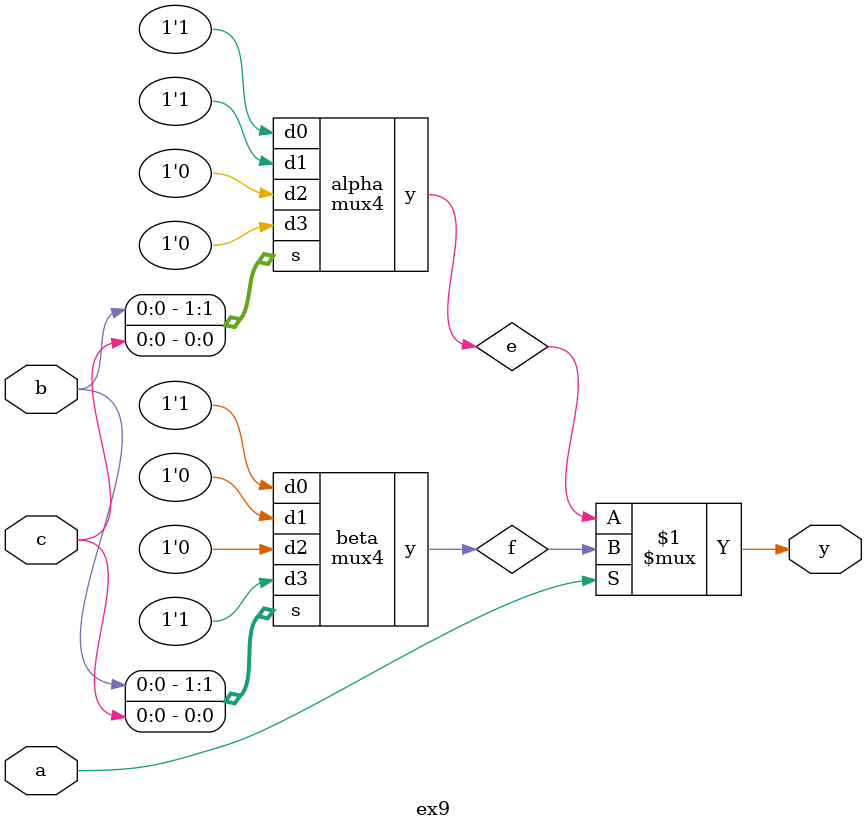
<source format=sv>
module mux4 (
	input logic [1:0] s,
	input logic d0, d1, d2, d3,
	output logic y
);
	always_comb 
	case (s)
		'd0: y = d0;
		'd1: y = d1;
		'd2: y = d2;
		'd3: y = d3;
		default: y = 'b0; 
	endcase
		
	
endmodule

module ex9 (
	input logic a, b, c,
	output logic y
);

	logic e, f;
	
	mux4 alpha({b, c}, 1'b1, 1'b1, 1'b0, 1'b0, e);
	mux4 beta({b, c}, 1'b1, 1'b0, 1'b0, 1'b1, f);

	assign y = a ? f : e;
endmodule
</source>
